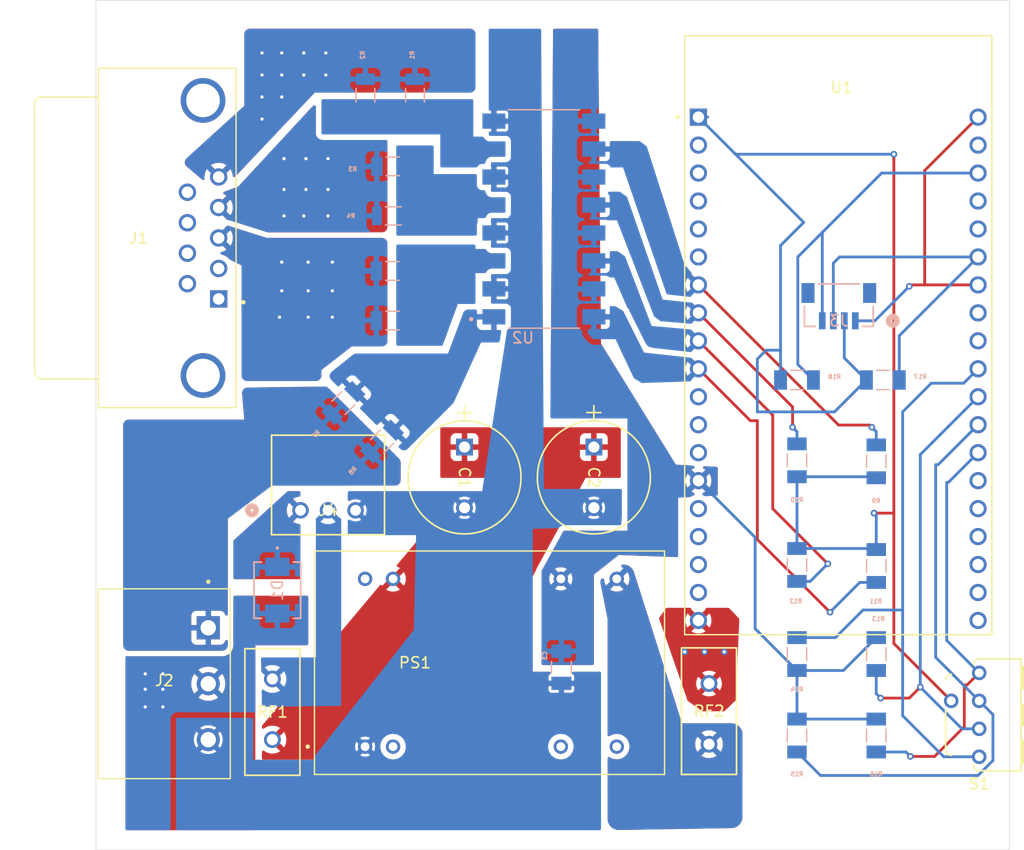
<source format=kicad_pcb>
(kicad_pcb (version 20241229) (generator "pcbnew") (generator_version "9.0")
  (layers (0 "F.Cu" signal) (2 "B.Cu" signal) (13 "F.Paste" user) (15 "B.Paste" user) (5 "F.SilkS" user "F.Silkscreen") (7 "B.SilkS" user "B.Silkscreen") (1 "F.Mask" user) (3 "B.Mask" user) (25 "Edge.Cuts" user))
  (net 0 "")
  (net 1 "-Vin")
  (net 4 "spare")
  (net 5 "ramp_down")
  (net 7 "ramp_up")
  (net 13 "sim_home")
  (net 18 "spare_opto")
  (net 19 "+3.3V")
  (net 20 "GPIO_25")
  (net 21 "GPIO_26")
  (net 22 "GPIO_16")
  (net 23 "ESP_GND2")
  (net 24 "GPIO_17")
  (net 25 "GPIO_4")
  (net 26 "+VOUT")
  (net 42 "GPIO_21")
  (net 47 "GPIO_22")
  (net 50 "+24V")
  (net 53 "GPIO_32")
  (net 54 "GPIO_33")
  (net 55 "GPIO_5")
  (net 56 "ramp_up_opto")
  (net 57 "/ramp_down_opto")
  (net 58 "/sim_home_opto")
  (footprint "footprints:DRR3010" (layer "F.Cu") (at 175.75 117.31915 90)
    (property "Reference" "S1" (at -6.27 0 0) (layer "F.SilkS") (effects (font (size 1.001157 1.001157))))
    (property "Value" "DRR3016")
    (pad "1" thru_hole circle (at 3.81 0 90) (size 1.3208 1.3208) (drill 0.8128) (layers "*.Cu" "*.Mask") (net 25 "GPIO_4"))
    (pad "2" thru_hole circle (at 1.27 0 90) (size 1.3208 1.3208) (drill 0.8128) (layers "*.Cu" "*.Mask") (net 22 "GPIO_16"))
    (pad "4" thru_hole circle (at -1.27 0 90) (size 1.3208 1.3208) (drill 0.8128) (layers "*.Cu" "*.Mask") (net 24 "GPIO_17"))
    (pad "8" thru_hole circle (at -3.81 0 90) (size 1.3208 1.3208) (drill 0.8128) (layers "*.Cu" "*.Mask") (net 55 "GPIO_5"))
    (pad "C" thru_hole circle (at 1.27 -2.54 90) (size 1.3208 1.3208) (drill 0.8128) (layers "*.Cu" "*.Mask") (net 19 "+3.3V"))
  )
  (footprint "footprints:MODULE_ESP32-DEVKITC-32D" (layer "F.Cu") (at 162.95 82.78915)
    (property "Reference" "U1" (at 0.3 -22.45 0) (layer "F.SilkS") (effects (font (size 1.000386 1.000386))))
    (property "Value" "ESP32-DEVKITC-32D")
    (pad "J2-1" thru_hole rect (at -12.7 -19.76) (size 1.56 1.56) (drill 1.04) (layers "*.Cu" "*.Mask") (net 19 "+3.3V"))
    (pad "J2-2" thru_hole circle (at -12.7 -17.22) (size 1.56 1.56) (drill 1.04) (layers "*.Cu" "*.Mask"))
    (pad "J2-3" thru_hole circle (at -12.7 -14.68) (size 1.56 1.56) (drill 1.04) (layers "*.Cu" "*.Mask"))
    (pad "J2-4" thru_hole circle (at -12.7 -12.14) (size 1.56 1.56) (drill 1.04) (layers "*.Cu" "*.Mask"))
    (pad "J2-5" thru_hole circle (at -12.7 -9.6) (size 1.56 1.56) (drill 1.04) (layers "*.Cu" "*.Mask"))
    (pad "J2-6" thru_hole circle (at -12.7 -7.06) (size 1.56 1.56) (drill 1.04) (layers "*.Cu" "*.Mask"))
    (pad "J2-7" thru_hole circle (at -12.7 -4.52) (size 1.56 1.56) (drill 1.04) (layers "*.Cu" "*.Mask") (net 53 "GPIO_32"))
    (pad "J2-8" thru_hole circle (at -12.7 -1.98) (size 1.56 1.56) (drill 1.04) (layers "*.Cu" "*.Mask") (net 54 "GPIO_33"))
    (pad "J2-9" thru_hole circle (at -12.7 0.56) (size 1.56 1.56) (drill 1.04) (layers "*.Cu" "*.Mask") (net 20 "GPIO_25"))
    (pad "J2-10" thru_hole circle (at -12.7 3.1) (size 1.56 1.56) (drill 1.04) (layers "*.Cu" "*.Mask") (net 21 "GPIO_26"))
    (pad "J2-11" thru_hole circle (at -12.7 5.64) (size 1.56 1.56) (drill 1.04) (layers "*.Cu" "*.Mask"))
    (pad "J2-12" thru_hole circle (at -12.7 8.18) (size 1.56 1.56) (drill 1.04) (layers "*.Cu" "*.Mask"))
    (pad "J2-13" thru_hole circle (at -12.7 10.72) (size 1.56 1.56) (drill 1.04) (layers "*.Cu" "*.Mask"))
    (pad "J2-14" thru_hole circle (at -12.7 13.26) (size 1.56 1.56) (drill 1.04) (layers "*.Cu" "*.Mask") (net 23 "ESP_GND2"))
    (pad "J2-15" thru_hole circle (at -12.7 15.8) (size 1.56 1.56) (drill 1.04) (layers "*.Cu" "*.Mask"))
    (pad "J2-16" thru_hole circle (at -12.7 18.34) (size 1.56 1.56) (drill 1.04) (layers "*.Cu" "*.Mask"))
    (pad "J2-17" thru_hole circle (at -12.7 20.88) (size 1.56 1.56) (drill 1.04) (layers "*.Cu" "*.Mask"))
    (pad "J2-18" thru_hole circle (at -12.7 23.42) (size 1.56 1.56) (drill 1.04) (layers "*.Cu" "*.Mask"))
    (pad "J2-19" thru_hole circle (at -12.7 25.96) (size 1.56 1.56) (drill 1.04) (layers "*.Cu" "*.Mask") (net 26 "+VOUT"))
    (pad "J3-1" thru_hole circle (at 12.7 -19.76) (size 1.56 1.56) (drill 1.04) (layers "*.Cu" "*.Mask") (net 23 "ESP_GND2"))
    (pad "J3-2" thru_hole circle (at 12.7 -17.22) (size 1.56 1.56) (drill 1.04) (layers "*.Cu" "*.Mask"))
    (pad "J3-3" thru_hole circle (at 12.7 -14.68) (size 1.56 1.56) (drill 1.04) (layers "*.Cu" "*.Mask") (net 47 "GPIO_22"))
    (pad "J3-4" thru_hole circle (at 12.7 -12.14) (size 1.56 1.56) (drill 1.04) (layers "*.Cu" "*.Mask"))
    (pad "J3-5" thru_hole circle (at 12.7 -9.6) (size 1.56 1.56) (drill 1.04) (layers "*.Cu" "*.Mask"))
    (pad "J3-6" thru_hole circle (at 12.7 -7.06) (size 1.56 1.56) (drill 1.04) (layers "*.Cu" "*.Mask") (net 42 "GPIO_21"))
    (pad "J3-7" thru_hole circle (at 12.7 -4.52) (size 1.56 1.56) (drill 1.04) (layers "*.Cu" "*.Mask") (net 23 "ESP_GND2"))
    (pad "J3-8" thru_hole circle (at 12.7 -1.98) (size 1.56 1.56) (drill 1.04) (layers "*.Cu" "*.Mask"))
    (pad "J3-9" thru_hole circle (at 12.7 0.56) (size 1.56 1.56) (drill 1.04) (layers "*.Cu" "*.Mask"))
    (pad "J3-10" thru_hole circle (at 12.7 3.1) (size 1.56 1.56) (drill 1.04) (layers "*.Cu" "*.Mask") (net 55 "GPIO_5"))
    (pad "J3-11" thru_hole circle (at 12.7 5.64) (size 1.56 1.56) (drill 1.04) (layers "*.Cu" "*.Mask") (net 24 "GPIO_17"))
    (pad "J3-12" thru_hole circle (at 12.7 8.18) (size 1.56 1.56) (drill 1.04) (layers "*.Cu" "*.Mask") (net 22 "GPIO_16"))
    (pad "J3-13" thru_hole circle (at 12.7 10.72) (size 1.56 1.56) (drill 1.04) (layers "*.Cu" "*.Mask") (net 25 "GPIO_4"))
    (pad "J3-14" thru_hole circle (at 12.7 13.26) (size 1.56 1.56) (drill 1.04) (layers "*.Cu" "*.Mask"))
    (pad "J3-15" thru_hole circle (at 12.7 15.8) (size 1.56 1.56) (drill 1.04) (layers "*.Cu" "*.Mask"))
    (pad "J3-16" thru_hole circle (at 12.7 18.34) (size 1.56 1.56) (drill 1.04) (layers "*.Cu" "*.Mask"))
    (pad "J3-17" thru_hole circle (at 12.7 20.88) (size 1.56 1.56) (drill 1.04) (layers "*.Cu" "*.Mask"))
    (pad "J3-18" thru_hole circle (at 12.7 23.42) (size 1.56 1.56) (drill 1.04) (layers "*.Cu" "*.Mask"))
    (pad "J3-19" thru_hole circle (at 12.7 25.96) (size 1.56 1.56) (drill 1.04) (layers "*.Cu" "*.Mask"))
  )
  (footprint "footprints:CONN_S3B-EH_JST" (layer "F.Cu") (at 114.1049 98.7451)
    (property "Reference" "J4" (at 2.5 0 0) (layer "F.SilkS"))
    (property "Value" "S3B-EH")
    (pad "1" thru_hole circle (at 0 0) (size 1.4986 1.4986) (drill 0.9906) (layers "*.Cu" "*.Mask") (net 50 "+24V"))
    (pad "2" thru_hole circle (at 2.5 0) (size 1.4986 1.4986) (drill 0.9906) (layers "*.Cu" "*.Mask") (net 50 "+24V"))
    (pad "3" thru_hole circle (at 5 0) (size 1.4986 1.4986) (drill 0.9906) (layers "*.Cu" "*.Mask") (net 1 "-Vin"))
  )
  (footprint "footprints:ASSMANN_A-DF_09_A_KG-T4S" (layer "F.Cu") (at 106.67 79.545 -90)
    (property "Reference" "J1" (at -5.54 7.2725 180) (layer "F.SilkS"))
    (property "Value" "A-DF_09_A_KG-T4S")
    (pad "1" thru_hole rect (at 0 0 270) (size 1.575 1.575) (drill 1.05) (layers "*.Cu" "*.Mask"))
    (pad "2" thru_hole circle (at -2.77 0 270) (size 1.575 1.575) (drill 1.05) (layers "*.Cu" "*.Mask"))
    (pad "3" thru_hole circle (at -5.54 0 270) (size 1.575 1.575) (drill 1.05) (layers "*.Cu" "*.Mask") (net 5 "ramp_down"))
    (pad "4" thru_hole circle (at -8.31 0 270) (size 1.575 1.575) (drill 1.05) (layers "*.Cu" "*.Mask") (net 7 "ramp_up"))
    (pad "5" thru_hole circle (at -11.08 0 270) (size 1.575 1.575) (drill 1.05) (layers "*.Cu" "*.Mask") (net 4 "spare"))
    (pad "6" thru_hole circle (at -1.385 2.84 270) (size 1.575 1.575) (drill 1.05) (layers "*.Cu" "*.Mask"))
    (pad "7" thru_hole circle (at -4.155 2.84 270) (size 1.575 1.575) (drill 1.05) (layers "*.Cu" "*.Mask"))
    (pad "8" thru_hole circle (at -6.925 2.84 270) (size 1.575 1.575) (drill 1.05) (layers "*.Cu" "*.Mask"))
    (pad "9" thru_hole circle (at -9.695 2.84 270) (size 1.575 1.575) (drill 1.05) (layers "*.Cu" "*.Mask"))
    (pad "S1" thru_hole circle (at -18.035 1.42 270) (size 4.066 4.066) (drill 3.05) (layers "*.Cu" "*.Mask"))
    (pad "S2" thru_hole circle (at 6.955 1.42 270) (size 4.066 4.066) (drill 3.05) (layers "*.Cu" "*.Mask"))
  )
  (footprint "footprints:PTC_RESET_FUSE" (layer "F.Cu") (at 151.21 119.98915 90)
    (property "Reference" "RF2" (at 3 0 0) (layer "F.SilkS"))
    (property "Value" "~" (hide yes))
    (pad "1" thru_hole circle (at 0 0 90) (size 1.524 1.524) (drill 1.016) (layers "*.Cu" "*.Mask") (net 26 "+VOUT"))
    (pad "2" thru_hole circle (at 5.5118 0 90) (size 1.524 1.524) (drill 1.016) (layers "*.Cu" "*.Mask") (net 26 "+VOUT"))
  )
  (footprint "footprints:PTC_RESET_FUSE" (layer "F.Cu") (at 111.55 114.0617 -90)
    (property "Reference" "RF1" (at 3 0 0) (layer "F.SilkS"))
    (property "Value" "~" (hide yes))
    (pad "1" thru_hole circle (at 0 0 270) (size 1.524 1.524) (drill 1.016) (layers "*.Cu" "*.Mask") (net 50 "+24V"))
    (pad "2" thru_hole circle (at 5.5118 0 270) (size 1.524 1.524) (drill 1.016) (layers "*.Cu" "*.Mask") (net 50 "+24V"))
  )
  (footprint "footprints:PCAP_10x12_5-THRU-ELECT_NCA" (layer "F.Cu") (at 140.75 93 -90)
    (property "Reference" "C2" (at 2.7559 0 270) (layer "F.SilkS"))
    (property "Value" "UHE2A470MPD")
    (pad "1" thru_hole rect (at 0 0 270) (size 1.524 1.524) (drill 1.016) (layers "*.Cu" "*.Mask") (net 50 "+24V"))
    (pad "2" thru_hole circle (at 5.5118 0 270) (size 1.524 1.524) (drill 1.016) (layers "*.Cu" "*.Mask") (net 1 "-Vin"))
  )
  (footprint "footprints:PHOENIX_1757255" (layer "F.Cu") (at 95.725 105.875 -90)
    (property "Reference" "J2" (at 8.3325 -6 180) (layer "F.SilkS"))
    (property "Value" "1757255")
    (pad "01" thru_hole rect (at 3.54 -10 270) (size 2.1 2.1) (drill 1.4) (layers "*.Cu" "*.Mask") (net 13 "sim_home"))
    (pad "02" thru_hole circle (at 8.62 -10 270) (size 2.1 2.1) (drill 1.4) (layers "*.Cu" "*.Mask") (net 50 "+24V"))
    (pad "03" thru_hole circle (at 13.7 -10 270) (size 2.1 2.1) (drill 1.4) (layers "*.Cu" "*.Mask") (net 1 "-Vin"))
  )
  (footprint "footprints:PCAP_10x12_5-THRU-ELECT_NCA" (layer "F.Cu") (at 129 93 -90)
    (property "Reference" "C1" (at 2.7559 0 270) (layer "F.SilkS"))
    (property "Value" "UHE2A470MPD")
    (pad "1" thru_hole rect (at 0 0 270) (size 1.524 1.524) (drill 1.016) (layers "*.Cu" "*.Mask") (net 50 "+24V"))
    (pad "2" thru_hole circle (at 5.5118 0 270) (size 1.524 1.524) (drill 1.016) (layers "*.Cu" "*.Mask") (net 1 "-Vin"))
  )
  (footprint "footprints:CONV_REC5A-2405SW_H2" (layer "F.Cu") (at 131.27 112.58915)
    (property "Reference" "PS1" (at -6.77 0 0) (layer "F.SilkS"))
    (property "Value" "REC5A-2405SW_H2")
    (pad "2" thru_hole circle (at -11.3 7.62) (size 1.308 1.308) (drill 0.8) (layers "*.Cu" "*.Mask") (net 1 "-Vin"))
    (pad "3" thru_hole circle (at -8.76 7.62) (size 1.308 1.308) (drill 0.8) (layers "*.Cu" "*.Mask"))
    (pad "9" thru_hole circle (at 6.48 7.62) (size 1.308 1.308) (drill 0.8) (layers "*.Cu" "*.Mask"))
    (pad "11" thru_hole circle (at 11.56 7.62) (size 1.308 1.308) (drill 0.8) (layers "*.Cu" "*.Mask"))
    (pad "14" thru_hole circle (at 11.56 -7.62) (size 1.308 1.308) (drill 0.8) (layers "*.Cu" "*.Mask") (net 26 "+VOUT"))
    (pad "16" thru_hole circle (at 6.48 -7.62) (size 1.308 1.308) (drill 0.8) (layers "*.Cu" "*.Mask") (net 23 "ESP_GND2"))
    (pad "22" thru_hole circle (at -8.76 -7.62) (size 1.308 1.308) (drill 0.8) (layers "*.Cu" "*.Mask") (net 50 "+24V"))
    (pad "23" thru_hole circle (at -11.3 -7.62) (size 1.308 1.308) (drill 0.8) (layers "*.Cu" "*.Mask"))
  )
  (footprint "footprints:CONN_BM04B-SRSS-TB_SPK" (layer "B.Cu") (at 163 80.106 180)
    (property "Reference" "J3" (at 0 -1.4216 0) (layer "B.SilkS") (effects (justify mirror)))
    (property "Value" "JST -SM")
    (pad "1" smd rect (at -1.5 -1.4216 180) (size 0.6096 1.5494) (layers "B.Cu" "B.Mask" "B.Paste") (net 23 "ESP_GND2"))
    (pad "2" smd rect (at -0.499999 -1.4216 180) (size 0.6096 1.5494) (layers "B.Cu" "B.Mask" "B.Paste") (net 19 "+3.3V"))
    (pad "3" smd rect (at 0.499999 -1.4216 180) (size 0.6096 1.5494) (layers "B.Cu" "B.Mask" "B.Paste") (net 42 "GPIO_21"))
    (pad "4" smd rect (at 1.5 -1.4216 180) (size 0.6096 1.5494) (layers "B.Cu" "B.Mask" "B.Paste") (net 47 "GPIO_22"))
    (pad "5" smd rect (at -2.799999 1.103399 180) (size 1.1938 1.8034) (layers "B.Cu" "B.Mask" "B.Paste"))
    (pad "6" smd rect (at 2.799999 1.103399 180) (size 1.1938 1.8034) (layers "B.Cu" "B.Mask" "B.Paste"))
  )
  (footprint "footprints:RESC3216X75N" (layer "B.Cu") (at 159.2 86.906)
    (property "Reference" "R18" (at 3.4125 -0.3 0) (layer "B.SilkS") (effects (font (size 0.393701 0.393701)) (justify mirror)))
    (property "Value" "CR1206-FX-1002ELF")
    (pad "1" smd rect (at -1.494 0) (size 1.17 1.77) (layers "B.Cu" "B.Mask" "B.Paste") (net 19 "+3.3V"))
    (pad "2" smd rect (at 1.494 0) (size 1.17 1.77) (layers "B.Cu" "B.Mask" "B.Paste") (net 47 "GPIO_22"))
  )
  (footprint "footprints:RESC3216X75N" (layer "B.Cu") (at 166.4 103.8 90)
    (property "Reference" "R11" (at -3.2 -0.05 180) (layer "B.SilkS") (effects (font (size 0.393701 0.393701)) (justify mirror)))
    (property "Value" "CR1206-FX-1002ELF")
    (pad "1" smd rect (at -1.494 0 90) (size 1.17 1.77) (layers "B.Cu" "B.Mask" "B.Paste") (net 21 "GPIO_26"))
    (pad "2" smd rect (at 1.494 0 90) (size 1.17 1.77) (layers "B.Cu" "B.Mask" "B.Paste") (net 19 "+3.3V"))
  )
  (footprint "footprints:RESC3216X75N" (layer "B.Cu") (at 166.4 111.8 90)
    (property "Reference" "R13" (at 3.2 0.2 0) (layer "B.SilkS") (effects (font (size 0.393701 0.393701)) (justify mirror)))
    (property "Value" "CR1206-FX-1002ELF")
    (pad "1" smd rect (at -1.494 0 90) (size 1.17 1.77) (layers "B.Cu" "B.Mask" "B.Paste") (net 24 "GPIO_17"))
    (pad "2" smd rect (at 1.494 0 90) (size 1.17 1.77) (layers "B.Cu" "B.Mask" "B.Paste") (net 23 "ESP_GND2"))
  )
  (footprint "footprints:RESC3115X65N" (layer "B.Cu") (at 122.46 81.5)
    (property "Reference" "R6" (hide yes))
    (property "Value" "CRGH1206J4K7")
    (pad "1" smd rect (at -1.46 0) (size 1.05 1.72) (layers "B.Cu" "B.Mask" "B.Paste") (net 5 "ramp_down"))
    (pad "2" smd rect (at 1.46 0) (size 1.05 1.72) (layers "B.Cu" "B.Mask" "B.Paste") (net 57 "/ramp_down_opto"))
  )
  (footprint "footprints:RESC3115X65N" (layer "B.Cu") (at 121.5 92.5 45)
    (property "Reference" "R8" (at -3.749999 0 45) (layer "B.SilkS") (effects (font (size 0.393701 0.393701) (thickness 0.098425)) (justify mirror)))
    (property "Value" "CRGH1206J4K7")
    (pad "1" smd rect (at -1.46 0 45) (size 1.05 1.72) (layers "B.Cu" "B.Mask" "B.Paste") (net 13 "sim_home"))
    (pad "2" smd rect (at 1.46 0 45) (size 1.05 1.72) (layers "B.Cu" "B.Mask" "B.Paste") (net 58 "/sim_home_opto"))
  )
  (footprint "footprints:DO214AASMB_CIP-L" (layer "B.Cu") (at 112 106 -90)
    (property "Reference" "D1" (at 0 0 90) (layer "B.SilkS") (effects (justify mirror)))
    (property "Value" "SS34B-HF")
    (pad "1" smd rect (at -2.1209 0 270) (size 1.651 2.2098) (layers "B.Cu" "B.Mask" "B.Paste") (net 50 "+24V"))
    (pad "2" smd rect (at 2.1209 0 270) (size 1.651 2.2098) (layers "B.Cu" "B.Mask" "B.Paste") (net 50 "+24V"))
    (zone (net 0) (net_name "") (layer "B.Cu") (connect_pads (clearance 0)) (min_thickness 0.254)
      (keepout (tracks not_allowed) (vias not_allowed) (pads allowed) (copperpour not_allowed) (footprints allowed))
      (fill (thermal_gap 0.508) (thermal_bridge_width 0.508))
      (polygon (pts (xy 110.0569 104.7554) (xy 110.0569 107.2446) (xy 113.9431 107.2446) (xy 113.9431 104.7554)))
    )
  )
  (footprint "footprints:RESC3115X65N" (layer "B.Cu") (at 124.5 61.04 -90)
    (property "Reference" "R1" (at -3.65 0.25 90) (layer "B.SilkS") (effects (font (size 0.393701 0.393701)) (justify mirror)))
    (property "Value" "CRGH1206J4K7")
    (pad "1" smd rect (at -1.46 0 270) (size 1.05 1.72) (layers "B.Cu" "B.Mask" "B.Paste") (net 4 "spare"))
    (pad "2" smd rect (at 1.46 0 270) (size 1.05 1.72) (layers "B.Cu" "B.Mask" "B.Paste") (net 18 "spare_opto"))
  )
  (footprint "footprints:RESC3115X65N" (layer "B.Cu") (at 122.46 77)
    (property "Reference" "R5" (hide yes))
    (property "Value" "CRGH1206J4K7")
    (pad "1" smd rect (at -1.46 0) (size 1.05 1.72) (layers "B.Cu" "B.Mask" "B.Paste") (net 5 "ramp_down"))
    (pad "2" smd rect (at 1.46 0) (size 1.05 1.72) (layers "B.Cu" "B.Mask" "B.Paste") (net 57 "/ramp_down_opto"))
  )
  (footprint "footprints:RESC3015X65N" (layer "B.Cu") (at 122.54 72)
    (property "Reference" "R4" (at -3.86 0 0) (layer "B.SilkS") (effects (font (size 0.393701 0.393701)) (justify mirror)))
    (property "Value" "CRGH1206J4K7")
    (pad "1" smd rect (at -1.495 0) (size 0.89 1.68) (layers "B.Cu" "B.Mask" "B.Paste") (net 7 "ramp_up"))
    (pad "2" smd rect (at 1.495 0) (size 0.89 1.68) (layers "B.Cu" "B.Mask" "B.Paste") (net 56 "ramp_up_opto"))
  )
  (footprint "footprints:RESC3115X65N" (layer "B.Cu") (at 122.5 67.5)
    (property "Reference" "R3" (at -3.65 0.25 0) (layer "B.SilkS") (effects (font (size 0.393701 0.393701)) (justify mirror)))
    (property "Value" "CRGH1206J4K7")
    (pad "1" smd rect (at -1.46 0) (size 1.05 1.72) (layers "B.Cu" "B.Mask" "B.Paste") (net 7 "ramp_up"))
    (pad "2" smd rect (at 1.46 0) (size 1.05 1.72) (layers "B.Cu" "B.Mask" "B.Paste") (net 56 "ramp_up_opto"))
  )
  (footprint "footprints:RESC3216X75N" (layer "B.Cu") (at 167 86.906)
    (property "Reference" "R17" (at 3.4125 -0.3 0) (layer "B.SilkS") (effects (font (size 0.393701 0.393701)) (justify mirror)))
    (property "Value" "CR1206-FX-1002ELF")
    (pad "1" smd rect (at -1.494 0) (size 1.17 1.77) (layers "B.Cu" "B.Mask" "B.Paste") (net 19 "+3.3V"))
    (pad "2" smd rect (at 1.494 0) (size 1.17 1.77) (layers "B.Cu" "B.Mask" "B.Paste") (net 42 "GPIO_21"))
  )
  (footprint "footprints:RESC3216X75N" (layer "B.Cu") (at 159.2 94.2 -90)
    (property "Reference" "R10" (at 3.5875 0 180) (layer "B.SilkS") (effects (font (size 0.393701 0.393701)) (justify mirror)))
    (property "Value" "CR1206-FX-1002ELF")
    (pad "1" smd rect (at -1.494 0 270) (size 1.17 1.77) (layers "B.Cu" "B.Mask" "B.Paste") (net 54 "GPIO_33"))
    (pad "2" smd rect (at 1.494 0 270) (size 1.17 1.77) (layers "B.Cu" "B.Mask" "B.Paste") (net 19 "+3.3V"))
  )
  (footprint "footprints:SOIC254P1016X460-16N" (layer "B.Cu") (at 136.21 72.27915)
    (property "Reference" "U2" (at -1.905 10.795 0) (layer "B.SilkS") (effects (justify mirror)))
    (property "Value" "LTV-846S")
    (pad "1" smd rect (at -4.54 8.89) (size 2.09 1.39) (layers "B.Cu" "B.Mask" "B.Paste") (net 58 "/sim_home_opto"))
    (pad "2" smd rect (at -4.54 6.35) (size 2.09 1.39) (layers "B.Cu" "B.Mask" "B.Paste") (net 1 "-Vin"))
    (pad "3" smd rect (at -4.54 3.81) (size 2.09 1.39) (layers "B.Cu" "B.Mask" "B.Paste") (net 57 "/ramp_down_opto"))
    (pad "4" smd rect (at -4.54 1.27) (size 2.09 1.39) (layers "B.Cu" "B.Mask" "B.Paste") (net 1 "-Vin"))
    (pad "5" smd rect (at -4.54 -1.27) (size 2.09 1.39) (layers "B.Cu" "B.Mask" "B.Paste") (net 56 "ramp_up_opto"))
    (pad "6" smd rect (at -4.54 -3.81) (size 2.09 1.39) (layers "B.Cu" "B.Mask" "B.Paste") (net 1 "-Vin"))
    (pad "7" smd rect (at -4.54 -6.35) (size 2.09 1.39) (layers "B.Cu" "B.Mask" "B.Paste") (net 18 "spare_opto"))
    (pad "8" smd rect (at -4.54 -8.89) (size 2.09 1.39) (layers "B.Cu" "B.Mask" "B.Paste") (net 1 "-Vin"))
    (pad "9" smd rect (at 4.54 -8.89) (size 2.09 1.39) (layers "B.Cu" "B.Mask" "B.Paste") (net 23 "ESP_GND2"))
    (pad "10" smd rect (at 4.54 -6.35) (size 2.09 1.39) (layers "B.Cu" "B.Mask" "B.Paste") (net 53 "GPIO_32"))
    (pad "11" smd rect (at 4.54 -3.81) (size 2.09 1.39) (layers "B.Cu" "B.Mask" "B.Paste") (net 23 "ESP_GND2"))
    (pad "12" smd rect (at 4.54 -1.27) (size 2.09 1.39) (layers "B.Cu" "B.Mask" "B.Paste") (net 54 "GPIO_33"))
    (pad "13" smd rect (at 4.54 1.27) (size 2.09 1.39) (layers "B.Cu" "B.Mask" "B.Paste") (net 23 "ESP_GND2"))
    (pad "14" smd rect (at 4.54 3.81) (size 2.09 1.39) (layers "B.Cu" "B.Mask" "B.Paste") (net 20 "GPIO_25"))
    (pad "15" smd rect (at 4.54 6.35) (size 2.09 1.39) (layers "B.Cu" "B.Mask" "B.Paste") (net 23 "ESP_GND2"))
    (pad "16" smd rect (at 4.54 8.89) (size 2.09 1.39) (layers "B.Cu" "B.Mask" "B.Paste") (net 21 "GPIO_26"))
  )
  (footprint "footprints:RESC3216X75N" (layer "B.Cu") (at 166.4 94.294 -90)
    (property "Reference" "R9" (at 3.5875 0 180) (layer "B.SilkS") (effects (font (size 0.393701 0.393701)) (justify mirror)))
    (property "Value" "CR1206-FX-1002ELF")
    (pad "1" smd rect (at -1.494 0 270) (size 1.17 1.77) (layers "B.Cu" "B.Mask" "B.Paste") (net 53 "GPIO_32"))
    (pad "2" smd rect (at 1.494 0 270) (size 1.17 1.77) (layers "B.Cu" "B.Mask" "B.Paste") (net 19 "+3.3V"))
  )
  (footprint "footprints:RESC3216X75N" (layer "B.Cu") (at 159.2 103.706 90)
    (property "Reference" "R12" (at -3.294 -0.1 180) (layer "B.SilkS") (effects (font (size 0.393701 0.393701)) (justify mirror)))
    (property "Value" "CR1206-FX-1002ELF")
    (pad "1" smd rect (at -1.494 0 90) (size 1.17 1.77) (layers "B.Cu" "B.Mask" "B.Paste") (net 20 "GPIO_25"))
    (pad "2" smd rect (at 1.494 0 90) (size 1.17 1.77) (layers "B.Cu" "B.Mask" "B.Paste") (net 19 "+3.3V"))
  )
  (footprint "footprints:RESC3216X75N" (layer "B.Cu") (at 159.2 111.8 -90)
    (property "Reference" "R14" (at 3.2 0 0) (layer "B.SilkS") (effects (font (size 0.393701 0.393701)) (justify mirror)))
    (property "Value" "CR1206-FX-1002ELF")
    (pad "1" smd rect (at -1.494 0 270) (size 1.17 1.77) (layers "B.Cu" "B.Mask" "B.Paste") (net 55 "GPIO_5"))
    (pad "2" smd rect (at 1.494 0 270) (size 1.17 1.77) (layers "B.Cu" "B.Mask" "B.Paste") (net 23 "ESP_GND2"))
  )
  (footprint "footprints:RESC3216X75N" (layer "B.Cu") (at 166.4 119.2 90)
    (property "Reference" "R16" (at -3.5 0 0) (layer "B.SilkS") (effects (font (size 0.393701 0.393701)) (justify mirror)))
    (property "Value" "CR1206-FX-1002ELF")
    (pad "1" smd rect (at -1.494 0 90) (size 1.17 1.77) (layers "B.Cu" "B.Mask" "B.Paste") (net 25 "GPIO_4"))
    (pad "2" smd rect (at 1.494 0 90) (size 1.17 1.77) (layers "B.Cu" "B.Mask" "B.Paste") (net 23 "ESP_GND2"))
  )
  (footprint "footprints:RESC3115X65N" (layer "B.Cu") (at 120 61.04 -90)
    (property "Reference" "R2" (at -3.65 0.25 90) (layer "B.SilkS") (effects (font (size 0.393701 0.393701)) (justify mirror)))
    (property "Value" "CRGH1206J4K7")
    (pad "1" smd rect (at -1.46 0 270) (size 1.05 1.72) (layers "B.Cu" "B.Mask" "B.Paste") (net 4 "spare"))
    (pad "2" smd rect (at 1.46 0 270) (size 1.05 1.72) (layers "B.Cu" "B.Mask" "B.Paste") (net 18 "spare_opto"))
  )
  (footprint "footprints:RESC3216X75N" (layer "B.Cu") (at 159.2 119.2 90)
    (property "Reference" "R15" (at -3.5 0 0) (layer "B.SilkS") (effects (font (size 0.393701 0.393701)) (justify mirror)))
    (property "Value" "CR1206-FX-1002ELF")
    (pad "1" smd rect (at -1.494 0 90) (size 1.17 1.77) (layers "B.Cu" "B.Mask" "B.Paste") (net 22 "GPIO_16"))
    (pad "2" smd rect (at 1.494 0 90) (size 1.17 1.77) (layers "B.Cu" "B.Mask" "B.Paste") (net 23 "ESP_GND2"))
  )
  (footprint "footprints:CAPC3216X180N" (layer "B.Cu") (at 137.8 113 -90)
    (property "Reference" "C3" (at -1.06 1.5 90) (layer "B.SilkS") (effects (font (size 0.393701 0.393701)) (justify mirror)))
    (property "Value" "1000pf/3kV")
    (pad "1" smd rect (at -1.46 0 270) (size 1.2 1.82) (layers "B.Cu" "B.Mask" "B.Paste") (net 23 "ESP_GND2"))
    (pad "2" smd rect (at 1.46 0 270) (size 1.2 1.82) (layers "B.Cu" "B.Mask" "B.Paste") (net 1 "-Vin"))
  )
  (footprint "footprints:RESC3115X65N" (layer "B.Cu") (at 118 89 45)
    (property "Reference" "R7" (at -3.75 0.25 45) (layer "B.SilkS") (effects (font (size 0.393701 0.393701) (thickness 0.098425)) (justify mirror)))
    (property "Value" "CRGH1206J4K7")
    (pad "1" smd rect (at -1.46 0 45) (size 1.05 1.72) (layers "B.Cu" "B.Mask" "B.Paste") (net 13 "sim_home"))
    (pad "2" smd rect (at 1.46 0 45) (size 1.05 1.72) (layers "B.Cu" "B.Mask" "B.Paste") (net 58 "/sim_home_opto"))
  )
  (gr_rect (start 95.525 52.41415) (end 178.5 129.58915) (stroke (width 0.05)) (fill no) (layer "Edge.Cuts"))
  (via (at 110.6 59.2) (size 0.6) (drill 0.3) (layers "F.Cu" "B.Cu") (net 4))
  (via (at 110.6 61.2) (size 0.6) (drill 0.3) (layers "F.Cu" "B.Cu") (net 4))
  (via (at 116.4 57.2) (size 0.6) (drill 0.3) (layers "F.Cu" "B.Cu") (net 4))
  (via (at 110.6 57.2) (size 0.6) (drill 0.3) (layers "F.Cu" "B.Cu") (net 4))
  (via (at 114.4 59.2) (size 0.6) (drill 0.3) (layers "F.Cu" "B.Cu") (net 4))
  (via (at 110.6 63.2) (size 0.6) (drill 0.3) (layers "F.Cu" "B.Cu") (net 4))
  (via (at 116.4 59.2) (size 0.6) (drill 0.3) (layers "F.Cu" "B.Cu") (net 4))
  (via (at 114.4 57.2) (size 0.6) (drill 0.3) (layers "F.Cu" "B.Cu") (net 4))
  (via (at 112.4 61.2) (size 0.6) (drill 0.3) (layers "F.Cu" "B.Cu") (net 4))
  (via (at 112.4 59.2) (size 0.6) (drill 0.3) (layers "F.Cu" "B.Cu") (net 4))
  (via (at 112.4 57.2) (size 0.6) (drill 0.3) (layers "F.Cu" "B.Cu") (net 4))
  (via (at 114.8 78.8) (size 0.6) (drill 0.3) (layers "F.Cu" "B.Cu") (net 5))
  (via (at 117 81.2) (size 0.6) (drill 0.3) (layers "F.Cu" "B.Cu") (net 5))
  (via (at 112.4 76.2) (size 0.6) (drill 0.3) (layers "F.Cu" "B.Cu") (net 5))
  (via (at 114.8 76.2) (size 0.6) (drill 0.3) (layers "F.Cu" "B.Cu") (net 5))
  (via (at 112.2 81.2) (size 0.6) (drill 0.3) (layers "F.Cu" "B.Cu") (net 5))
  (via (at 117 76.2) (size 0.6) (drill 0.3) (layers "F.Cu" "B.Cu") (net 5))
  (via (at 114.8 81.2) (size 0.6) (drill 0.3) (layers "F.Cu" "B.Cu") (net 5))
  (via (at 117 78.8) (size 0.6) (drill 0.3) (layers "F.Cu" "B.Cu") (net 5))
  (via (at 112.4 78.8) (size 0.6) (drill 0.3) (layers "F.Cu" "B.Cu") (net 5))
  (via (at 116.6 72) (size 0.6) (drill 0.3) (layers "F.Cu" "B.Cu") (net 7))
  (via (at 116.6 66.8) (size 0.6) (drill 0.3) (layers "F.Cu" "B.Cu") (net 7))
  (via (at 114.6 69.6) (size 0.6) (drill 0.3) (layers "F.Cu" "B.Cu") (net 7))
  (via (at 112.6 69.6) (size 0.6) (drill 0.3) (layers "F.Cu" "B.Cu") (net 7))
  (via (at 116.6 69.6) (size 0.6) (drill 0.3) (layers "F.Cu" "B.Cu") (net 7))
  (via (at 114.4 72) (size 0.6) (drill 0.3) (layers "F.Cu" "B.Cu") (net 7))
  (via (at 112.6 66.8) (size 0.6) (drill 0.3) (layers "F.Cu" "B.Cu") (net 7))
  (via (at 112.6 72) (size 0.6) (drill 0.3) (layers "F.Cu" "B.Cu") (net 7))
  (via (at 114.6 66.8) (size 0.6) (drill 0.3) (layers "F.Cu" "B.Cu") (net 7))
  (segment (start 168 110.83915) (end 168 99) (width 0.254) (layer "F.Cu") (net 19))
  (segment (start 173.21 116.04915) (end 168 110.83915) (width 0.254) (layer "F.Cu") (net 19))
  (segment (start 168 99) (end 166.2 99) (width 0.254) (layer "F.Cu") (net 19))
  (segment (start 168 99) (end 168 66.4) (width 0.254) (layer "F.Cu") (net 19))
  (via (at 166.2 99) (size 0.6) (drill 0.3) (layers "F.Cu" "B.Cu") (net 19))
  (via (at 168 66.4) (size 0.6) (drill 0.3) (layers "F.Cu" "B.Cu") (net 19))
  (segment (start 166.4 99.2) (end 166.4 102.306) (width 0.254) (layer "B.Cu") (net 19))
  (segment (start 151.090301 63.02915) (end 150.25 63.02915) (width 0.254) (layer "B.Cu") (net 19))
  (segment (start 157.706 74.694) (end 157.706 84.2) (width 0.254) (layer "B.Cu") (net 19))
  (segment (start 157.706 84.2) (end 156.4 84.2) (width 0.254) (layer "B.Cu") (net 19))
  (segment (start 162.612 89.8) (end 155.6 89.8) (width 0.254) (layer "B.Cu") (net 19))
  (segment (start 166.306 102.212) (end 166.4 102.306) (width 0.254) (layer "B.Cu") (net 19))
  (segment (start 155.6 85) (end 155.6 89.8) (width 0.254) (layer "B.Cu") (net 19))
  (segment (start 156.4 84.2) (end 155.6 85) (width 0.254) (layer "B.Cu") (net 19))
  (segment (start 165.506 86.906) (end 162.612 89.8) (width 0.254) (layer "B.Cu") (net 19))
  (segment (start 153.510425 66.289575) (end 150.25 63.02915) (width 0.254) (layer "B.Cu") (net 19))
  (segment (start 159.810425 72.589575) (end 153.510425 66.289575) (width 0.254) (layer "B.Cu") (net 19))
  (segment (start 166.306 95.694) (end 166.4 95.788) (width 0.254) (layer "B.Cu") (net 19))
  (segment (start 159.2 102.212) (end 166.306 102.212) (width 0.254) (layer "B.Cu") (net 19))
  (segment (start 168 66.4) (end 153.62085 66.4) (width 0.254) (layer "B.Cu") (net 19))
  (segment (start 159.2 95.694) (end 166.306 95.694) (width 0.254) (layer "B.Cu") (net 19))
  (segment (start 159.2 95.694) (end 159.2 102.212) (width 0.254) (layer "B.Cu") (net 19))
  (segment (start 166.2 99) (end 166.4 99.2) (width 0.254) (layer "B.Cu") (net 19))
  (segment (start 165.506 86.906) (end 163.499999 84.899999) (width 0.254) (layer "B.Cu") (net 19))
  (segment (start 153.62085 66.4) (end 153.510425 66.289575) (width 0.254) (layer "B.Cu") (net 19))
  (segment (start 163.499999 84.899999) (end 163.499999 81.5276) (width 0.254) (layer "B.Cu") (net 19))
  (segment (start 157.706 84.2) (end 157.706 86.906) (width 0.254) (layer "B.Cu") (net 19))
  (segment (start 159.810425 72.589575) (end 157.706 74.694) (width 0.254) (layer "B.Cu") (net 19))
  (segment (start 162 103.6) (end 157 98.6) (width 0.254) (layer "F.Cu") (net 20))
  (segment (start 157 90.09915) (end 150.25 83.34915) (width 0.254) (layer "F.Cu") (net 20))
  (segment (start 157 98.6) (end 157 90.09915) (width 0.254) (layer "F.Cu") (net 20))
  (via (at 162 103.6) (size 0.6) (drill 0.3) (layers "F.Cu" "B.Cu") (net 20))
  (segment (start 160.4 105.2) (end 162 103.6) (width 0.254) (layer "B.Cu") (net 20))
  (segment (start 159.2 105.2) (end 160.4 105.2) (width 0.254) (layer "B.Cu") (net 20))
  (segment (start 154.96085 90.6) (end 150.25 85.88915) (width 0.254) (layer "F.Cu") (net 21))
  (segment (start 155.6 101.4) (end 155.6 90.6) (width 0.254) (layer "F.Cu") (net 21))
  (segment (start 162.2 108) (end 155.6 101.4) (width 0.254) (layer "F.Cu") (net 21))
  (segment (start 155.6 90.6) (end 154.96085 90.6) (width 0.254) (layer "F.Cu") (net 21))
  (via (at 162.2 108) (size 0.6) (drill 0.3) (layers "F.Cu" "B.Cu") (net 21))
  (segment (start 164.906 105.294) (end 162.2 108) (width 0.254) (layer "B.Cu") (net 21))
  (segment (start 166.4 105.294) (end 164.906 105.294) (width 0.254) (layer "B.Cu") (net 21))
  (segment (start 175.644 122.828) (end 177 121.472) (width 0.254) (layer "B.Cu") (net 22))
  (segment (start 171.8 94.6) (end 172.01915 94.6) (width 0.254) (layer "B.Cu") (net 22))
  (segment (start 171.8 112.09915) (end 171.8 94.6) (width 0.254) (layer "B.Cu") (net 22))
  (segment (start 177 117.29915) (end 175.75 116.04915) (width 0.254) (layer "B.Cu") (net 22))
  (segment (start 161.334 122.828) (end 175.644 122.828) (width 0.254) (layer "B.Cu") (net 22))
  (segment (start 159.2 120.694) (end 161.334 122.828) (width 0.254) (layer "B.Cu") (net 22))
  (segment (start 175.75 116.04915) (end 171.8 112.09915) (width 0.254) (layer "B.Cu") (net 22))
  (segment (start 172.01915 94.6) (end 175.65 90.96915) (width 0.254) (layer "B.Cu") (net 22))
  (segment (start 177 121.472) (end 177 117.29915) (width 0.254) (layer "B.Cu") (net 22))
  (segment (start 169.53085 78.26915) (end 170.8 78.26915) (width 0.254) (layer "F.Cu") (net 23))
  (segment (start 169.4 78.4) (end 169.53085 78.26915) (width 0.254) (layer "F.Cu") (net 23))
  (segment (start 170.8 78.26915) (end 170.8 67.87915) (width 0.254) (layer "F.Cu") (net 23))
  (segment (start 170.8 67.87915) (end 175.65 63.02915) (width 0.254) (layer "F.Cu") (net 23))
  (segment (start 170.8 78.26915) (end 175.65 78.26915) (width 0.254) (layer "F.Cu") (net 23))
  (via (at 169.4 78.4) (size 0.6) (drill 0.3) (layers "F.Cu" "B.Cu") (net 23))
  (segment (start 155.4 109.494) (end 155.4 101.19915) (width 0.254) (layer "B.Cu") (net 23))
  (segment (start 155.4 101.19915) (end 150.25 96.04915) (width 0.254) (layer "B.Cu") (net 23))
  (segment (start 159.2 113.294) (end 163.412 113.294) (width 0.254) (layer "B.Cu") (net 23))
  (segment (start 159.2 117.706) (end 166.4 117.706) (width 0.254) (layer "B.Cu") (net 23))
  (segment (start 159.2 113.294) (end 155.4 109.494) (width 0.254) (layer "B.Cu") (net 23))
  (segment (start 166.2724 81.5276) (end 169.4 78.4) (width 0.254) (layer "B.Cu") (net 23))
  (segment (start 164.5 81.5276) (end 166.2724 81.5276) (width 0.254) (layer "B.Cu") (net 23))
  (segment (start 163.412 113.294) (end 166.4 110.306) (width 0.254) (layer "B.Cu") (net 23))
  (segment (start 159.2 117.706) (end 159.2 113.294) (width 0.254) (layer "B.Cu") (net 23))
  (segment (start 169.4 115.8) (end 170.4 114.8) (width 0.254) (layer "F.Cu") (net 24))
  (segment (start 166.8 115.8) (end 169.4 115.8) (width 0.254) (layer "F.Cu") (net 24))
  (via (at 170.4 114.8) (size 0.6) (drill 0.3) (layers "F.Cu" "B.Cu") (net 24))
  (via (at 166.8 115.8) (size 0.6) (drill 0.3) (layers "F.Cu" "B.Cu") (net 24))
  (segment (start 170.4 114.8) (end 170.4 93.67915) (width 0.254) (layer "B.Cu") (net 24))
  (segment (start 166.4 113.294) (end 166.4 115.4) (width 0.254) (layer "B.Cu") (net 24))
  (segment (start 170.4 93.67915) (end 175.65 88.42915) (width 0.254) (layer "B.Cu") (net 24))
  (segment (start 166.4 115.4) (end 166.8 115.8) (width 0.254) (layer "B.Cu") (net 24))
  (segment (start 174.18915 118.58915) (end 170.4 114.8) (width 0.254) (layer "B.Cu") (net 24))
  (segment (start 175.75 118.58915) (end 174.18915 118.58915) (width 0.254) (layer "B.Cu") (net 24))
  (segment (start 169.5 121.1) (end 171.7 121.1) (width 0.254) (layer "F.Cu") (net 25))
  (segment (start 171.7 121.1) (end 174.4 118.4) (width 0.254) (layer "F.Cu") (net 25))
  (segment (start 174.4 114.6) (end 174.65915 114.6) (width 0.254) (layer "F.Cu") (net 25))
  (segment (start 174.4 118.4) (end 174.4 114.6) (width 0.254) (layer "F.Cu") (net 25))
  (segment (start 174.65915 114.6) (end 175.75 113.50915) (width 0.254) (layer "F.Cu") (net 25))
  (via (at 169.5 121.1) (size 0.6) (drill 0.3) (layers "F.Cu" "B.Cu") (net 25))
  (segment (start 172.95915 96.2) (end 175.65 93.50915) (width 0.254) (layer "B.Cu") (net 25))
  (segment (start 169.094 120.694) (end 166.4 120.694) (width 0.254) (layer "B.Cu") (net 25))
  (segment (start 172.8 96.2) (end 172.95915 96.2) (width 0.254) (layer "B.Cu") (net 25))
  (segment (start 175.75 113.50915) (end 172.8 110.55915) (width 0.254) (layer "B.Cu") (net 25))
  (segment (start 169.5 121.1) (end 169.094 120.694) (width 0.254) (layer "B.Cu") (net 25))
  (segment (start 172.8 110.55915) (end 172.8 96.2) (width 0.254) (layer "B.Cu") (net 25))
  (via (at 150.8 111.6) (size 0.6) (drill 0.3) (layers "F.Cu" "B.Cu") (net 26))
  (via (at 152.6 111.6) (size 0.6) (drill 0.3) (layers "F.Cu" "B.Cu") (net 26))
  (via (at 149 111.6) (size 0.6) (drill 0.3) (layers "F.Cu" "B.Cu") (net 26))
  (segment (start 168.494 82.88515) (end 175.65 75.72915) (width 0.254) (layer "B.Cu") (net 42))
  (segment (start 163.07085 75.72915) (end 175.65 75.72915) (width 0.254) (layer "B.Cu") (net 42))
  (segment (start 162.500001 76.299999) (end 163.07085 75.72915) (width 0.254) (layer "B.Cu") (net 42))
  (segment (start 168.494 86.906) (end 168.494 82.88515) (width 0.254) (layer "B.Cu") (net 42))
  (segment (start 162.500001 81.5276) (end 162.500001 76.299999) (width 0.254) (layer "B.Cu") (net 42))
  (segment (start 161.5 73.5) (end 166.89085 68.10915) (width 0.254) (layer "B.Cu") (net 47))
  (segment (start 160.694 86.906) (end 159.275101 85.487101) (width 0.254) (layer "B.Cu") (net 47))
  (segment (start 159.275101 85.487101) (end 159.275101 75.724899) (width 0.254) (layer "B.Cu") (net 47))
  (segment (start 161.5 81.5276) (end 161.5 73.5) (width 0.254) (layer "B.Cu") (net 47))
  (segment (start 166.89085 68.10915) (end 175.65 68.10915) (width 0.254) (layer "B.Cu") (net 47))
  (segment (start 159.275101 75.724899) (end 161.5 73.5) (width 0.254) (layer "B.Cu") (net 47))
  (via (at 100 116.6) (size 0.6) (drill 0.3) (layers "F.Cu" "B.Cu") (net 50))
  (via (at 100 113.6) (size 0.6) (drill 0.3) (layers "F.Cu" "B.Cu") (net 50))
  (via (at 101.6 113.6) (size 0.6) (drill 0.3) (layers "F.Cu" "B.Cu") (net 50))
  (via (at 100 115) (size 0.6) (drill 0.3) (layers "F.Cu" "B.Cu") (net 50))
  (via (at 101.6 115) (size 0.6) (drill 0.3) (layers "F.Cu" "B.Cu") (net 50))
  (via (at 101.6 116.6) (size 0.6) (drill 0.3) (layers "F.Cu" "B.Cu") (net 50))
  (segment (start 166 91.2) (end 165.8 91) (width 0.254) (layer "F.Cu") (net 53))
  (segment (start 162.98085 91) (end 150.25 78.26915) (width 0.254) (layer "F.Cu") (net 53))
  (segment (start 165.8 91) (end 162.98085 91) (width 0.254) (layer "F.Cu") (net 53))
  (via (at 166 91.2) (size 0.6) (drill 0.3) (layers "F.Cu" "B.Cu") (net 53))
  (segment (start 166.4 92.8) (end 166.4 91.6) (width 0.254) (layer "B.Cu") (net 53))
  (segment (start 166.4 91.6) (end 166 91.2) (width 0.254) (layer "B.Cu") (net 53))
  (segment (start 158.8 89.35915) (end 150.25 80.80915) (width 0.254) (layer "F.Cu") (net 54))
  (segment (start 158.8 91.2) (end 158.8 89.35915) (width 0.254) (layer "F.Cu") (net 54))
  (via (at 158.8 91.2) (size 0.6) (drill 0.3) (layers "F.Cu" "B.Cu") (net 54))
  (segment (start 159.2 92.706) (end 159.2 91.6) (width 0.254) (layer "B.Cu") (net 54))
  (segment (start 159.2 91.6) (end 158.8 91.2) (width 0.254) (layer "B.Cu") (net 54))
  (segment (start 175.75 121.12915) (end 175.54 121.33915) (width 0.254) (layer "F.Cu") (net 55))
  (segment (start 159.2 110.306) (end 162.694 110.306) (width 0.254) (layer "B.Cu") (net 55))
  (segment (start 162.694 110.306) (end 165.2 107.8) (width 0.254) (layer "B.Cu") (net 55))
  (segment (start 171.4 87.2) (end 174.33915 87.2) (width 0.254) (layer "B.Cu") (net 55))
  (segment (start 174.33915 87.2) (end 175.65 85.88915) (width 0.254) (layer "B.Cu") (net 55))
  (segment (start 168.8 107.8) (end 168.8 89.8) (width 0.254) (layer "B.Cu") (net 55))
  (segment (start 168.8 117.4) (end 172.52915 121.12915) (width 0.254) (layer "B.Cu") (net 55))
  (segment (start 168.8 89.8) (end 171.4 87.2) (width 0.254) (layer "B.Cu") (net 55))
  (segment (start 168.8 107.8) (end 168.8 117.4) (width 0.254) (layer "B.Cu") (net 55))
  (segment (start 172.52915 121.12915) (end 175.75 121.12915) (width 0.254) (layer "B.Cu") (net 55))
  (segment (start 165.2 107.8) (end 168.8 107.8) (width 0.254) (layer "B.Cu") (net 55))
  (zone (net 50) (net_name "+24V") (layer "F.Cu") (name "24") (priority 12) (connect_pads (clearance 0.5)) (min_thickness 0.25) (fill yes (thermal_gap 0.5) (thermal_bridge_width 0.5))
    (polygon (pts (xy 110.6 118.309395) (xy 110.6 121.4) (xy 116.04 121.4) (xy 127.24 113.4) (xy 134.2 113.4) (xy 134.2 106.6) (xy 140 95.8) (xy 143.2 95.8) (xy 143.2 91.2) (xy 126.8 91.2) (xy 126.8 95.8) (xy 131.8 95.8) (xy 131.6 101.2) (xy 124.8 101.4)))
  )
  (zone (net 26) (net_name "+VOUT") (layer "F.Cu") (priority 15) (connect_pads (clearance 0.5)) (min_thickness 0.25) (fill yes (thermal_gap 0.4) (thermal_bridge_width 0.5) (smoothing chamfer) (radius 1))
    (polygon (pts (xy 149.6 117) (xy 146.330434 107.6) (xy 154.008695 107.6) (xy 153.6 117)))
  )
  (zone (net 23) (net_name "ESP_GND2") (layers "F.Cu" "B.Cu") (priority 14) (connect_pads (clearance 0.5)) (min_thickness 0.25) (fill yes (thermal_gap 0.4) (thermal_bridge_width 0.5))
    (polygon (pts (xy 136 112.8) (xy 136 104.257142) (xy 138 100.6) (xy 143.8 100.6) (xy 143.8 90.4) (xy 136.8 90.4) (xy 137.047553 55) (xy 141.137614 55) (xy 141.4 83.6) (xy 148.2 94.6) (xy 152 94.8) (xy 152 97.4) (xy 148.4 97.6) (xy 148.4 103) (xy 143 102.8) (xy 140.75 104.58915) (xy 140.75 112.8)))
  )
  (zone (net 5) (net_name "ramp_down") (layers "F.Cu" "B.Cu") (priority 8) (connect_pads (clearance 0.5)) (min_thickness 0.25) (fill yes (thermal_gap 0.5) (thermal_bridge_width 0.5) (smoothing fillet) (radius 0.5))
    (polygon (pts (xy 122 74) (xy 122 83.85) (xy 118.764286 83.85) (xy 116 86) (xy 116 87) (xy 108.75 87) (xy 108.75 76.5) (xy 105.25 74.75) (xy 106.027777 72.416668) (xy 111.041664 74)))
  )
  (zone (net 58) (net_name "/sim_home_opto") (layers "F.Cu" "B.Cu") (priority 4) (connect_pads (clearance 0.5)) (min_thickness 0.25) (fill yes (thermal_gap 0.5) (thermal_bridge_width 0.5) (smoothing fillet) (radius 0.5))
    (polygon (pts (xy 123.5 93.5) (xy 116.5 86.5) (xy 119 84.5) (xy 127.5 84.5) (xy 129 80.5) (xy 129 80.5) (xy 134 80.5) (xy 134 83.5) (xy 130.5 83.5) (xy 128 89)))
  )
  (zone (net 7) (net_name "ramp_up") (layers "F.Cu" "B.Cu") (priority 6) (connect_pads (clearance 0.5)) (min_thickness 0.25) (fill yes (thermal_gap 0.5) (thermal_bridge_width 0.5) (smoothing fillet) (radius 0.5))
    (polygon (pts (xy 106 70.25) (xy 105.5 71.5) (xy 106 72.5) (xy 110.5 73.5) (xy 122 73.5) (xy 122 61.9) (xy 115.335571 61.9) (xy 108.450251 69.331156)))
  )
  (zone (net 50) (net_name "+24V") (layers "F.Cu" "B.Cu") (name "24") (connect_pads (clearance 0.5)) (min_thickness 0.25) (fill yes (thermal_gap 0.5) (thermal_bridge_width 0.5))
    (polygon (pts (xy 108 105) (xy 108 101.5) (xy 113.5 96.5) (xy 114.1 96.5) (xy 114.1 105)))
  )
  (zone (net 50) (net_name "+24V") (layers "F.Cu" "B.Cu") (priority 1) (connect_pads (clearance 0.5)) (min_thickness 0.25) (fill yes (thermal_gap 0.5) (thermal_bridge_width 0.5))
    (polygon (pts (xy 98.2 111.6) (xy 98.2 127.8) (xy 104.2 127.8) (xy 110 127.8) (xy 110 111) (xy 114.8 111) (xy 114.8 106.5) (xy 108 106.5) (xy 108 111.167647)))
  )
  (zone (net 26) (net_name "+VOUT") (layers "F.Cu" "B.Cu") (name "ramp_down") (priority 7) (connect_pads (clearance 0.5)) (min_thickness 0.25) (fill yes (thermal_gap 0.5) (thermal_bridge_width 0.5) (smoothing fillet) (radius 1))
    (polygon (pts (xy 141.326923 105.219231) (xy 142 108.6) (xy 142.004282 127.799926) (xy 154.25 127.58915) (xy 154.25 118.08915) (xy 148.75 118.08915) (xy 143.962389 103) (xy 141.4 105)))
  )
  (zone (net 13) (net_name "sim_home") (layers "F.Cu" "B.Cu") (priority 3) (connect_pads (clearance 0.5)) (min_thickness 0.25) (fill yes (thermal_gap 0.5) (thermal_bridge_width 0.5) (smoothing fillet) (radius 0.5))
    (polygon (pts (xy 98 111.5) (xy 98 90.5) (xy 109 90.5) (xy 108.75 87.6) (xy 116.5 87.5) (xy 123.2 94.2) (xy 123.2 96.5) (xy 111.5 96.5) (xy 107.5 99.5) (xy 107.5 111.5)))
  )
  (zone (net 4) (net_name "spare") (layers "F.Cu" "B.Cu") (priority 5) (connect_pads (clearance 0.5)) (min_thickness 0.25) (fill yes (thermal_gap 0.5) (thermal_bridge_width 0.5) (smoothing fillet) (radius 0.5))
    (polygon (pts (xy 106.11 69.5) (xy 103.335965 67.149123) (xy 109 62) (xy 109 55) (xy 130 55) (xy 130 60.8) (xy 115.4 60.8) (xy 107.166666 69.5)))
  )
  (zone (net 57) (net_name "/ramp_down_opto") (layers "F.Cu" "B.Cu") (priority 9) (connect_pads yes (clearance 0.5)) (min_thickness 0.25) (fill yes (thermal_gap 0.5) (thermal_bridge_width 0.5))
    (polygon (pts (xy 122.8 83.8) (xy 122.8 74.6) (xy 130 74.6) (xy 130 75) (xy 133 75) (xy 133 77.2) (xy 130 77.2) (xy 130 80) (xy 128.4 80) (xy 127 83.8)))
  )
  (zone (net 18) (net_name "spare_opto") (layers "F.Cu" "B.Cu") (priority 11) (connect_pads yes (clearance 0.5)) (min_thickness 0.25) (fill yes (thermal_gap 0.4) (thermal_bridge_width 0.5))
    (polygon (pts (xy 116 64.6) (xy 126.8 64.6) (xy 126.8 67.6) (xy 133 67.6) (xy 133 64.8) (xy 129.8 64.8) (xy 129.8 61.4) (xy 116 61.4)))
  )
  (zone (net 56) (net_name "ramp_up_opto") (layers "F.Cu" "B.Cu") (priority 10) (connect_pads yes (clearance 0.5)) (min_thickness 0.25) (fill yes (thermal_gap 0.5) (thermal_bridge_width 0.5))
    (polygon (pts (xy 122.8 73.8) (xy 122.8 65.6) (xy 126.2 65.6) (xy 126.2 68.2) (xy 133 68.2) (xy 133 72.2) (xy 130.2 72.2) (xy 130.2 73.8)))
  )
  (zone (net 0) (net_name "") (layers "F.Cu" "B.Cu") (name "ESP_Antenna") (connect_pads (clearance 0)) (min_thickness 0.25)
    (keepout (tracks not_allowed) (vias not_allowed) (pads not_allowed) (copperpour not_allowed) (footprints allowed))
    (fill (thermal_gap 0.4) (thermal_bridge_width 0.5) (smoothing chamfer) (radius 0.5))
    (polygon (pts (xy 152.8 62.2) (xy 152.8 55.6) (xy 173.4 55.6) (xy 173.4 62.2)))
  )
  (zone (net 20) (net_name "GPIO_25") (layer "B.Cu") (priority 18) (connect_pads (clearance 0.5)) (min_thickness 0.25) (fill yes (thermal_gap 0.4) (thermal_bridge_width 0.5) (smoothing chamfer) (radius 0.5))
    (polygon (pts (xy 140 75.2) (xy 143.4 75.2) (xy 146 82) (xy 150.6 82.4) (xy 150.382131 84.796564) (xy 145.294545 83.818182) (xy 142.6 77.6) (xy 140 77.6)))
  )
  (zone (net 50) (net_name "+24V") (layer "B.Cu") (name "24") (priority 2) (connect_pads (clearance 0.5)) (min_thickness 0.25) (fill yes (thermal_gap 0.5) (thermal_bridge_width 0.5))
    (polygon (pts (xy 115.5 98.3) (xy 115.5 112.1) (xy 110.511765 112.1) (xy 110.6 116.6) (xy 117.8 116.502703) (xy 117.8 98.3)))
  )
  (zone (net 53) (net_name "GPIO_32") (layer "B.Cu") (priority 16) (connect_pads (clearance 0.5)) (min_thickness 0.25) (fill yes (thermal_gap 0.4) (thermal_bridge_width 0.5) (smoothing chamfer) (radius 0.5))
    (polygon (pts (xy 140.2 65.2) (xy 145.4 65.2) (xy 149 76.450601) (xy 150.2 77.8) (xy 150.713253 80) (xy 150 80) (xy 147.6 79.8) (xy 143.4 67.6) (xy 140.2 67.6)))
  )
  (zone (net 1) (net_name "-Vin") (layer "B.Cu") (name "-Vin") (priority 13) (connect_pads (clearance 0.5)) (min_thickness 0.25) (fill yes (thermal_gap 0.25) (thermal_bridge_width 0.5))
    (polygon (pts (xy 102.8 117.6) (xy 109.8 117.6) (xy 109.8 121.4) (xy 115.4 121.4) (xy 115.4 121.063159) (xy 124.4 109.6) (xy 124.6 101) (xy 118.4 101.004348) (xy 118.4 96.997333) (xy 130.6 97) (xy 133.2 80.2) (xy 131.4 80.2) (xy 131.4 77.2) (xy 133 77.2) (xy 133 75) (xy 131.4 75) (xy 131.4 72.2) (xy 133 72.2) (xy 133 70.2) (xy 131.4 70.2) (xy 131.4 67) (xy 133 67) (xy 133 64.8) (xy 131.2 64.8) (xy 131.2 55) (xy 135.962034 55) (xy 136.21 96.8) (xy 143.41 96.8) (xy 143.238379 100.23242) (xy 135.2 100.42381) (xy 135.2 113.4) (xy 141.4 113.4) (xy 141.4 117.6) (xy 141.4 117.6) (xy 141.4 127.8) (xy 102.8 127.8)))
  )
  (zone (net 21) (net_name "GPIO_26") (layer "B.Cu") (priority 19) (connect_pads (clearance 0.5)) (min_thickness 0.25) (fill yes (thermal_gap 0.4) (thermal_bridge_width 0.5) (smoothing chamfer) (radius 0.5))
    (polygon (pts (xy 143.2 80.2) (xy 145.305882 84.411765) (xy 150.582 84.998) (xy 150.4 87) (xy 144.6 87.2) (xy 142.714287 83.2) (xy 140.2 83.2) (xy 140.2 80.2)))
  )
  (zone (net 54) (net_name "GPIO_33") (layer "B.Cu") (priority 17) (connect_pads (clearance 0.5)) (min_thickness 0.25) (fill yes (thermal_gap 0.4) (thermal_bridge_width 0.5) (smoothing chamfer) (radius 0.5))
    (polygon (pts (xy 140 72.4) (xy 140 69.8) (xy 143.6 69.8) (xy 147 79.6) (xy 150.713253 80) (xy 150.8 82) (xy 146.4 81.6) (xy 142.845455 72.4)))
  )
)
</source>
